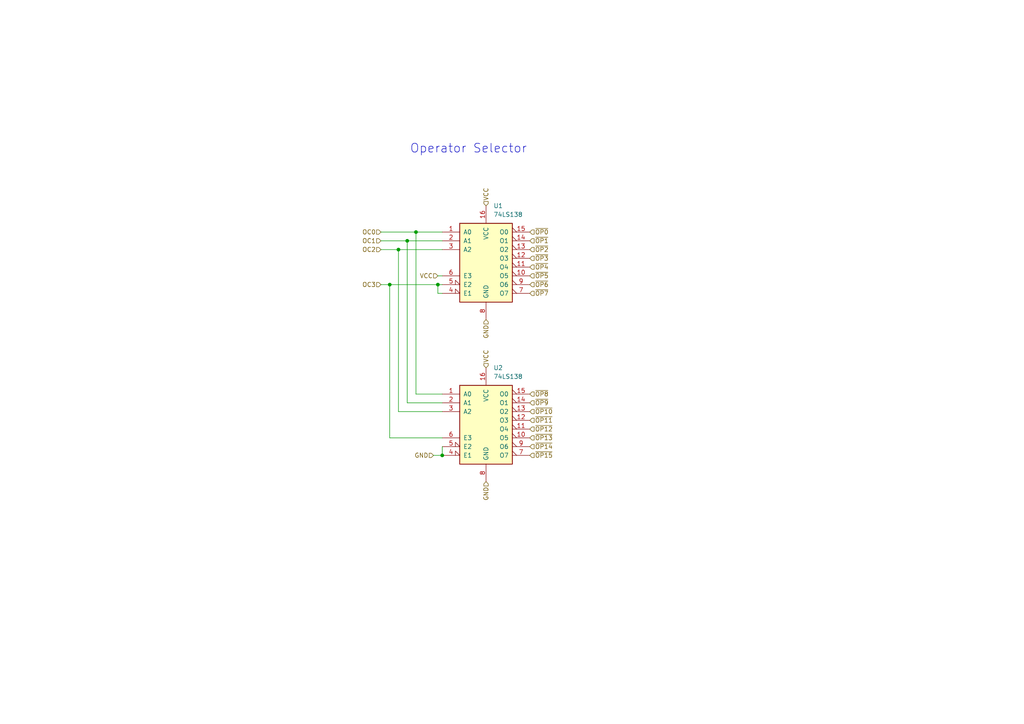
<source format=kicad_sch>
(kicad_sch (version 20250114) (generator "eeschema") (generator_version "9.0")
  (paper "A4")
  (title_block (title "Operator Selector") (date "2025-11-30") (rev "1.0") (company "Marco Vettigli"))
  (lib_symbols
    (symbol "74xx:74LS138" (pin_names (offset 1.016))
      (property "Reference" "U" (at -7.62 11.43 0))
      (property "Value" "74LS138" (at -7.62 -13.97 0))
      (symbol "74LS138_1_0"
        (pin input line (at -12.7 7.62 0) (length 5.08) (name "A0") (number "1"))
        (pin input line (at -12.7 5.08 0) (length 5.08) (name "A1") (number "2"))
        (pin input line (at -12.7 2.54 0) (length 5.08) (name "A2") (number "3"))
        (pin input line (at -12.7 -5.08 0) (length 5.08) (name "E3") (number "6"))
        (pin input input_low (at -12.7 -7.62 0) (length 5.08) (name "E2") (number "5"))
        (pin input input_low (at -12.7 -10.16 0) (length 5.08) (name "E1") (number "4"))
        (pin power_in line (at 0 15.24 270) (length 5.08) (name "VCC") (number "16"))
        (pin power_in line (at 0 -17.78 90) (length 5.08) (name "GND") (number "8"))
        (pin output output_low (at 12.7 7.62 180) (length 5.08) (name "O0") (number "15"))
        (pin output output_low (at 12.7 5.08 180) (length 5.08) (name "O1") (number "14"))
        (pin output output_low (at 12.7 2.54 180) (length 5.08) (name "O2") (number "13"))
        (pin output output_low (at 12.7 0 180) (length 5.08) (name "O3") (number "12"))
        (pin output output_low (at 12.7 -2.54 180) (length 5.08) (name "O4") (number "11"))
        (pin output output_low (at 12.7 -5.08 180) (length 5.08) (name "O5") (number "10"))
        (pin output output_low (at 12.7 -7.62 180) (length 5.08) (name "O6") (number "9"))
        (pin output output_low (at 12.7 -10.16 180) (length 5.08) (name "O7") (number "7"))
      )
      (symbol "74LS138_1_1"
        (rectangle (start -7.62 10.16) (end 7.62 -12.7) (stroke (width 0.254)) (fill (type background)))
      )
    )
  )
  (text "Operator Selector" (at 135.89 43.18 0) (effects (font (size 2.54 2.54))))
  (junction (at 115.57 72.39))
  (junction (at 127 82.55))
  (junction (at 128.27 132.08))
  (junction (at 120.65 67.31))
  (junction (at 118.11 69.85))
  (junction (at 113.03 82.55))
  (wire (pts (xy 110.49 69.85) (xy 118.11 69.85)))
  (wire (pts (xy 127 80.01) (xy 128.27 80.01)))
  (wire (pts (xy 115.57 119.38) (xy 128.27 119.38)))
  (wire (pts (xy 113.03 82.55) (xy 113.03 127)))
  (wire (pts (xy 118.11 69.85) (xy 118.11 116.84)))
  (wire (pts (xy 115.57 72.39) (xy 115.57 119.38)))
  (wire (pts (xy 128.27 85.09) (xy 127 85.09)))
  (wire (pts (xy 113.03 127) (xy 128.27 127)))
  (wire (pts (xy 127 82.55) (xy 127 85.09)))
  (wire (pts (xy 110.49 82.55) (xy 113.03 82.55)))
  (wire (pts (xy 118.11 116.84) (xy 128.27 116.84)))
  (wire (pts (xy 110.49 72.39) (xy 115.57 72.39)))
  (wire (pts (xy 128.27 129.54) (xy 128.27 132.08)))
  (wire (pts (xy 113.03 82.55) (xy 127 82.55)))
  (wire (pts (xy 110.49 67.31) (xy 120.65 67.31)))
  (wire (pts (xy 115.57 72.39) (xy 128.27 72.39)))
  (wire (pts (xy 118.11 69.85) (xy 128.27 69.85)))
  (wire (pts (xy 120.65 114.3) (xy 128.27 114.3)))
  (wire (pts (xy 120.65 67.31) (xy 128.27 67.31)))
  (wire (pts (xy 120.65 67.31) (xy 120.65 114.3)))
  (wire (pts (xy 127 82.55) (xy 128.27 82.55)))
  (wire (pts (xy 128.27 132.08) (xy 125.73 132.08)))
  (hierarchical_label "~{OP15}" (shape input) (at 153.67 132.08 0))
  (hierarchical_label "~{OP2}" (shape input) (at 153.67 72.39 0))
  (hierarchical_label "OC0" (shape input) (at 110.49 67.31 180))
  (hierarchical_label "OC2" (shape input) (at 110.49 72.39 180))
  (hierarchical_label "~{OP1}" (shape input) (at 153.67 69.85 0))
  (hierarchical_label "VCC" (shape input) (at 140.97 106.68 90))
  (hierarchical_label "OC3" (shape input) (at 110.49 82.55 180))
  (hierarchical_label "~{OP12}" (shape input) (at 153.67 124.46 0))
  (hierarchical_label "~{OP9}" (shape input) (at 153.67 116.84 0))
  (hierarchical_label "VCC" (shape input) (at 127 80.01 180))
  (hierarchical_label "GND" (shape input) (at 140.97 92.71 270))
  (hierarchical_label "~{OP6}" (shape input) (at 153.67 82.55 0))
  (hierarchical_label "~{OP14}" (shape input) (at 153.67 129.54 0))
  (hierarchical_label "~{OP3}" (shape input) (at 153.67 74.93 0))
  (hierarchical_label "~{OP11}" (shape input) (at 153.67 121.92 0))
  (hierarchical_label "GND" (shape input) (at 140.97 139.7 270))
  (hierarchical_label "~{OP8}" (shape input) (at 153.67 114.3 0))
  (hierarchical_label "~{OP10}" (shape input) (at 153.67 119.38 0))
  (hierarchical_label "~{OP5}" (shape input) (at 153.67 80.01 0))
  (hierarchical_label "~{OP4}" (shape input) (at 153.67 77.47 0))
  (hierarchical_label "~{OP7}" (shape input) (at 153.67 85.09 0))
  (hierarchical_label "OC1" (shape input) (at 110.49 69.85 180))
  (hierarchical_label "~{OP0}" (shape input) (at 153.67 67.31 0))
  (hierarchical_label "~{OP13}" (shape input) (at 153.67 127 0))
  (hierarchical_label "GND" (shape input) (at 125.73 132.08 180))
  (hierarchical_label "VCC" (shape input) (at 140.97 59.69 90))
  (symbol (lib_id "74xx:74LS138") (at 140.97 74.93 0) (unit 1)
    (property "Reference" "U1" (at 143.1133 59.69 0) (effects (justify left)))
    (property "Value" "74LS138" (at 143.1133 62.23 0) (effects (justify left)))
    (property "Footprint" "Package_DIP:DIP-16_W10.16mm" (effects (hide yes)))
    (property "Datasheet" "http://www.ti.com/lit/gpn/sn74LS138" (effects (hide yes)))
    (property "Description" "Decoder 3 to 8 active low outputs" (effects (hide yes)))
  )
  (symbol (lib_id "74xx:74LS138") (at 140.97 121.92 0) (unit 1)
    (property "Reference" "U2" (at 143.1133 106.68 0) (effects (justify left)))
    (property "Value" "74LS138" (at 143.1133 109.22 0) (effects (justify left)))
    (property "Footprint" "Package_DIP:DIP-16_W10.16mm" (effects (hide yes)))
    (property "Datasheet" "http://www.ti.com/lit/gpn/sn74LS138" (effects (hide yes)))
    (property "Description" "Decoder 3 to 8 active low outputs" (effects (hide yes)))
  )
)
</source>
